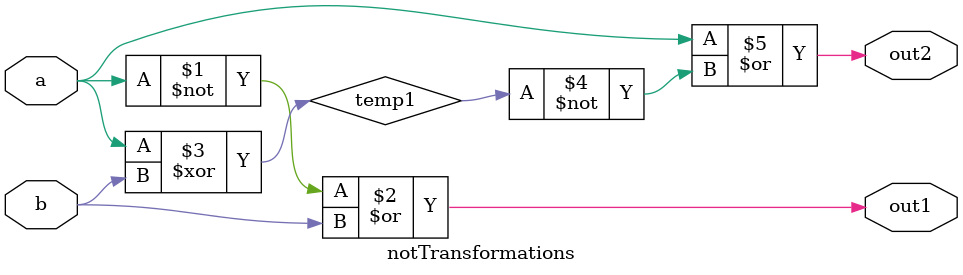
<source format=sv>
module notTransformations(input logic a, b,
                 output logic out1, out2);
    logic temp1;

    assign out1 = ~a | b;
    assign temp1 = a ^ b;

    assign out2 = a | ~temp1;
    
endmodule




</source>
